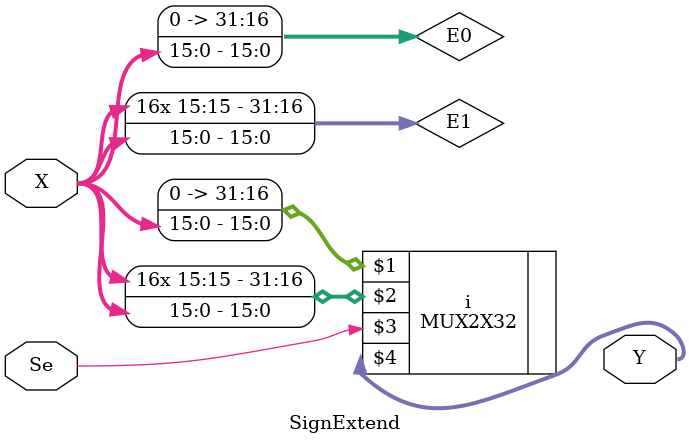
<source format=v>
module SignExtend(X,Se,Y);
    input [15:0]X;
    input Se;
    output [31:0]Y;
    wire [31:0]E0,E1;
    assign E0={16'b0000000000000000, X};
    assign E1={{16{X[15]}}, X};
    MUX2X32 i(E0,E1,Se,Y);
endmodule

</source>
